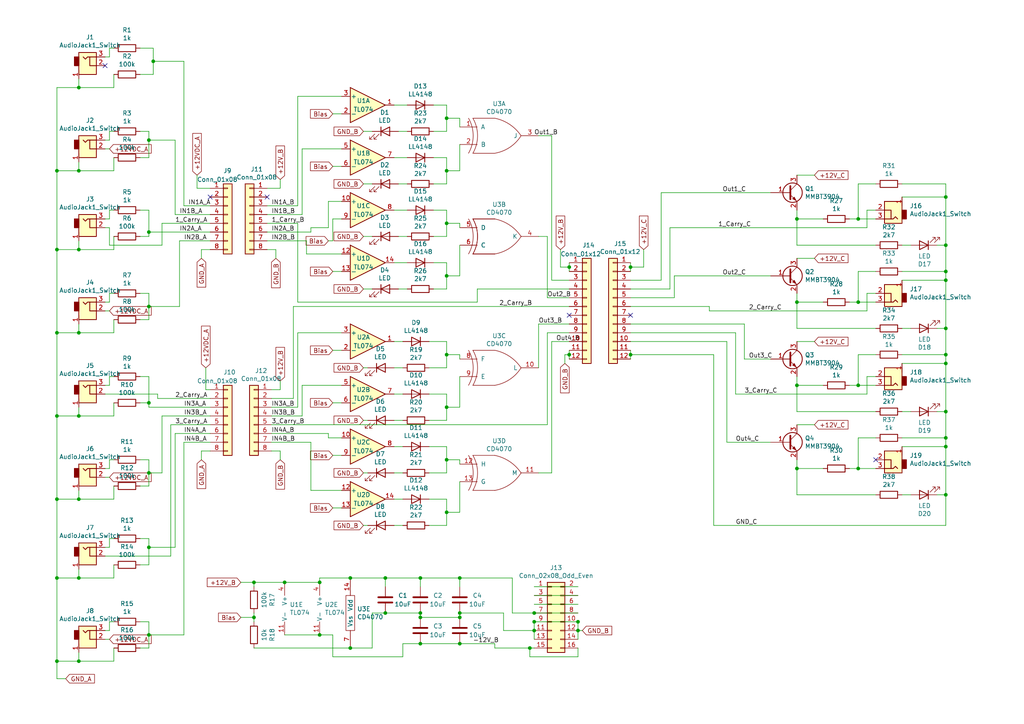
<source format=kicad_sch>
(kicad_sch (version 20250114) (generator "eeschema") (generator_version "9.0")
  (paper "A4")
  (junction (at 16.51 49.53))
  (junction (at 231.14 111.76))
  (junction (at 133.35 177.8))
  (junction (at 248.92 111.76))
  (junction (at 111.76 167.64))
  (junction (at 154.94 180.34))
  (junction (at 16.51 120.65))
  (junction (at 43.18 137.16))
  (junction (at 248.92 87.63))
  (junction (at 22.86 96.52))
  (junction (at 121.92 179.07))
  (junction (at 92.71 168.91))
  (junction (at 154.94 182.88))
  (junction (at 129.54 64.77))
  (junction (at 133.35 186.69))
  (junction (at 111.76 177.8))
  (junction (at 274.32 127))
  (junction (at 43.18 67.31))
  (junction (at 82.55 168.91))
  (junction (at 129.54 133.35))
  (junction (at 167.64 182.88))
  (junction (at 121.92 186.69))
  (junction (at 182.88 102.87))
  (junction (at 274.32 129.54))
  (junction (at 129.54 49.53))
  (junction (at 231.14 87.63))
  (junction (at 43.18 40.64))
  (junction (at 274.32 143.51))
  (junction (at 133.35 179.07))
  (junction (at 129.54 80.01))
  (junction (at 165.1 102.87))
  (junction (at 16.51 144.78))
  (junction (at 274.32 102.87))
  (junction (at 274.32 95.25))
  (junction (at 22.86 72.39))
  (junction (at 101.6 187.96))
  (junction (at 121.92 177.8))
  (junction (at 22.86 144.78))
  (junction (at 101.6 167.64))
  (junction (at 182.88 77.47))
  (junction (at 129.54 148.59))
  (junction (at 43.18 88.9))
  (junction (at 22.86 25.4))
  (junction (at 43.18 158.75))
  (junction (at 165.1 77.47))
  (junction (at 274.32 78.74))
  (junction (at 43.18 116.84))
  (junction (at 248.92 63.5))
  (junction (at 16.51 167.64))
  (junction (at 22.86 49.53))
  (junction (at 121.92 167.64))
  (junction (at 16.51 191.77))
  (junction (at 248.92 135.89))
  (junction (at 154.94 177.8))
  (junction (at 44.45 17.78))
  (junction (at 274.32 57.15))
  (junction (at 22.86 120.65))
  (junction (at 92.71 184.15))
  (junction (at 22.86 167.64))
  (junction (at 129.54 118.11))
  (junction (at 274.32 119.38))
  (junction (at 133.35 167.64))
  (junction (at 274.32 81.28))
  (junction (at 167.64 180.34))
  (junction (at 231.14 63.5))
  (junction (at 274.32 105.41))
  (junction (at 22.86 191.77))
  (junction (at 73.66 168.91))
  (junction (at 73.66 179.07))
  (junction (at 43.18 184.15))
  (junction (at 274.32 71.12))
  (junction (at 16.51 72.39))
  (junction (at 129.54 102.87))
  (junction (at 129.54 34.29))
  (junction (at 231.14 135.89))
  (junction (at 16.51 96.52))
  (junction (at 153.67 187.96))
  (no_connect (at 254 133.35))
  (no_connect (at 60.96 57.15))
  (no_connect (at 182.88 91.44))
  (no_connect (at 165.1 91.44))
  (no_connect (at 30.48 19.05))
  (no_connect (at 77.47 57.15))
  (wire (pts (xy 129.54 68.58) (xy 125.73 68.58)))
  (wire (pts (xy 78.74 130.81) (xy 81.28 130.81)))
  (wire (pts (xy 22.86 167.64) (xy 33.02 167.64)))
  (wire (pts (xy 129.54 137.16) (xy 124.46 137.16)))
  (wire (pts (xy 154.94 182.88) (xy 154.94 180.34)))
  (wire (pts (xy 16.51 120.65) (xy 16.51 144.78)))
  (wire (pts (xy 99.06 147.32) (xy 96.52 147.32)))
  (wire (pts (xy 31.75 158.75) (xy 31.75 156.21)))
  (wire (pts (xy 49.53 123.19) (xy 49.53 161.29)))
  (wire (pts (xy 99.06 33.02) (xy 96.52 33.02)))
  (wire (pts (xy 246.38 135.89) (xy 248.92 135.89)))
  (wire (pts (xy 194.31 66.04) (xy 251.46 66.04)))
  (wire (pts (xy 165.1 101.6) (xy 165.1 102.87)))
  (wire (pts (xy 153.67 190.5) (xy 167.64 190.5)))
  (wire (pts (xy 99.06 116.84) (xy 96.52 116.84)))
  (wire (pts (xy 129.54 83.82) (xy 125.73 83.82)))
  (wire (pts (xy 231.14 143.51) (xy 231.14 135.89)))
  (wire (pts (xy 195.58 80.01) (xy 195.58 86.36)))
  (wire (pts (xy 261.62 102.87) (xy 274.32 102.87)))
  (wire (pts (xy 158.75 123.19) (xy 158.75 96.52)))
  (wire (pts (xy 43.18 133.35) (xy 43.18 137.16)))
  (wire (pts (xy 238.76 63.5) (xy 231.14 63.5)))
  (wire (pts (xy 16.51 25.4) (xy 16.51 49.53)))
  (wire (pts (xy 33.02 116.84) (xy 33.02 120.65)))
  (wire (pts (xy 58.42 130.81) (xy 58.42 133.35)))
  (wire (pts (xy 86.36 96.52) (xy 99.06 96.52)))
  (wire (pts (xy 43.18 40.64) (xy 50.8 40.64)))
  (wire (pts (xy 129.54 45.72) (xy 129.54 49.53)))
  (wire (pts (xy 261.62 53.34) (xy 274.32 53.34)))
  (wire (pts (xy 30.48 40.64) (xy 31.75 40.64)))
  (wire (pts (xy 274.32 95.25) (xy 274.32 102.87)))
  (wire (pts (xy 248.92 53.34) (xy 254 53.34)))
  (wire (pts (xy 81.28 52.07) (xy 81.28 54.61)))
  (wire (pts (xy 44.45 21.59) (xy 40.64 21.59)))
  (wire (pts (xy 129.54 60.96) (xy 129.54 64.77)))
  (wire (pts (xy 129.54 80.01) (xy 129.54 83.82)))
  (wire (pts (xy 154.94 187.96) (xy 153.67 187.96)))
  (wire (pts (xy 31.75 40.64) (xy 31.75 38.1)))
  (wire (pts (xy 231.14 63.5) (xy 231.14 60.96)))
  (wire (pts (xy 111.76 167.64) (xy 111.76 170.18)))
  (wire (pts (xy 186.69 72.39) (xy 186.69 77.47)))
  (wire (pts (xy 165.1 78.74) (xy 165.1 77.47)))
  (wire (pts (xy 50.8 125.73) (xy 50.8 158.75)))
  (wire (pts (xy 31.75 109.22) (xy 33.02 109.22)))
  (wire (pts (xy 22.86 120.65) (xy 16.51 120.65)))
  (wire (pts (xy 60.96 72.39) (xy 58.42 72.39)))
  (wire (pts (xy 60.96 62.23) (xy 50.8 62.23)))
  (wire (pts (xy 60.96 125.73) (xy 50.8 125.73)))
  (wire (pts (xy 153.67 187.96) (xy 143.51 187.96)))
  (wire (pts (xy 96.52 69.85) (xy 95.25 69.85)))
  (wire (pts (xy 73.66 179.07) (xy 73.66 180.34)))
  (wire (pts (xy 22.86 49.53) (xy 16.51 49.53)))
  (wire (pts (xy 116.84 190.5) (xy 116.84 186.69)))
  (wire (pts (xy 156.21 137.16) (xy 160.02 137.16)))
  (wire (pts (xy 31.75 87.63) (xy 31.75 85.09)))
  (wire (pts (xy 43.18 60.96) (xy 43.18 67.31)))
  (wire (pts (xy 53.34 184.15) (xy 43.18 184.15)))
  (wire (pts (xy 90.17 128.27) (xy 90.17 142.24)))
  (wire (pts (xy 40.64 156.21) (xy 43.18 156.21)))
  (wire (pts (xy 129.54 34.29) (xy 129.54 38.1)))
  (wire (pts (xy 77.47 59.69) (xy 86.36 59.69)))
  (wire (pts (xy 33.02 45.72) (xy 33.02 49.53)))
  (wire (pts (xy 167.64 170.18) (xy 154.94 170.18)))
  (wire (pts (xy 133.35 118.11) (xy 133.35 109.22)))
  (wire (pts (xy 248.92 63.5) (xy 248.92 53.34)))
  (wire (pts (xy 167.64 180.34) (xy 154.94 180.34)))
  (wire (pts (xy 43.18 137.16) (xy 43.18 140.97)))
  (wire (pts (xy 22.86 96.52) (xy 33.02 96.52)))
  (wire (pts (xy 162.56 72.39) (xy 162.56 77.47)))
  (wire (pts (xy 182.88 77.47) (xy 182.88 76.2)))
  (wire (pts (xy 16.51 167.64) (xy 22.86 167.64)))
  (wire (pts (xy 60.96 54.61) (xy 57.15 54.61)))
  (wire (pts (xy 121.92 167.64) (xy 133.35 167.64)))
  (wire (pts (xy 31.75 71.12) (xy 31.75 66.04)))
  (wire (pts (xy 261.62 119.38) (xy 264.16 119.38)))
  (wire (pts (xy 22.86 46.99) (xy 22.86 49.53)))
  (wire (pts (xy 106.68 121.92) (xy 105.41 121.92)))
  (wire (pts (xy 22.86 165.1) (xy 22.86 167.64)))
  (wire (pts (xy 251.46 114.3) (xy 213.36 114.3)))
  (wire (pts (xy 163.83 102.87) (xy 163.83 105.41)))
  (wire (pts (xy 31.75 138.43) (xy 30.48 138.43)))
  (wire (pts (xy 69.85 168.91) (xy 73.66 168.91)))
  (wire (pts (xy 129.54 49.53) (xy 129.54 53.34)))
  (wire (pts (xy 96.52 63.5) (xy 96.52 69.85)))
  (wire (pts (xy 261.62 127) (xy 274.32 127)))
  (wire (pts (xy 129.54 144.78) (xy 129.54 148.59)))
  (wire (pts (xy 165.1 77.47) (xy 165.1 76.2)))
  (wire (pts (xy 99.06 73.66) (xy 88.9 73.66)))
  (wire (pts (xy 195.58 80.01) (xy 223.52 80.01)))
  (wire (pts (xy 121.92 179.07) (xy 133.35 179.07)))
  (wire (pts (xy 45.72 115.57) (xy 60.96 115.57)))
  (wire (pts (xy 78.74 125.73) (xy 95.25 125.73)))
  (wire (pts (xy 261.62 71.12) (xy 264.16 71.12)))
  (wire (pts (xy 107.95 177.8) (xy 111.76 177.8)))
  (wire (pts (xy 186.69 77.47) (xy 182.88 77.47)))
  (wire (pts (xy 129.54 38.1) (xy 125.73 38.1)))
  (wire (pts (xy 153.67 187.96) (xy 153.67 190.5)))
  (wire (pts (xy 231.14 95.25) (xy 231.14 87.63)))
  (wire (pts (xy 254 95.25) (xy 231.14 95.25)))
  (wire (pts (xy 194.31 83.82) (xy 182.88 83.82)))
  (wire (pts (xy 44.45 17.78) (xy 53.34 17.78)))
  (wire (pts (xy 78.74 118.11) (xy 86.36 118.11)))
  (wire (pts (xy 271.78 143.51) (xy 274.32 143.51)))
  (wire (pts (xy 22.86 118.11) (xy 22.86 120.65)))
  (wire (pts (xy 121.92 167.64) (xy 121.92 170.18)))
  (wire (pts (xy 165.1 102.87) (xy 165.1 104.14)))
  (wire (pts (xy 133.35 80.01) (xy 133.35 71.12)))
  (wire (pts (xy 182.88 78.74) (xy 182.88 77.47)))
  (wire (pts (xy 254 143.51) (xy 231.14 143.51)))
  (wire (pts (xy 82.55 168.91) (xy 92.71 168.91)))
  (wire (pts (xy 107.95 83.82) (xy 105.41 83.82)))
  (wire (pts (xy 129.54 114.3) (xy 129.54 118.11)))
  (wire (pts (xy 254 127) (xy 248.92 127)))
  (wire (pts (xy 143.51 187.96) (xy 143.51 186.69)))
  (wire (pts (xy 81.28 130.81) (xy 81.28 133.35)))
  (wire (pts (xy 33.02 187.96) (xy 33.02 191.77)))
  (wire (pts (xy 248.92 127) (xy 248.92 135.89)))
  (wire (pts (xy 16.51 191.77) (xy 16.51 167.64)))
  (wire (pts (xy 77.47 62.23) (xy 87.63 62.23)))
  (wire (pts (xy 133.35 148.59) (xy 133.35 139.7)))
  (wire (pts (xy 114.3 129.54) (xy 116.84 129.54)))
  (wire (pts (xy 116.84 152.4) (xy 114.3 152.4)))
  (wire (pts (xy 129.54 64.77) (xy 129.54 68.58)))
  (wire (pts (xy 167.64 180.34) (xy 167.64 182.88)))
  (wire (pts (xy 125.73 45.72) (xy 129.54 45.72)))
  (wire (pts (xy 129.54 121.92) (xy 124.46 121.92)))
  (wire (pts (xy 30.48 43.18) (xy 31.75 43.18)))
  (wire (pts (xy 107.95 68.58) (xy 105.41 68.58)))
  (wire (pts (xy 22.86 144.78) (xy 16.51 144.78)))
  (wire (pts (xy 248.92 87.63) (xy 254 87.63)))
  (wire (pts (xy 95.25 125.73) (xy 95.25 127)))
  (wire (pts (xy 40.64 180.34) (xy 43.18 180.34)))
  (wire (pts (xy 121.92 177.8) (xy 121.92 179.07)))
  (wire (pts (xy 22.86 22.86) (xy 22.86 25.4)))
  (wire (pts (xy 46.99 137.16) (xy 43.18 137.16)))
  (wire (pts (xy 274.32 53.34) (xy 274.32 57.15)))
  (wire (pts (xy 205.74 90.17) (xy 205.74 88.9)))
  (wire (pts (xy 107.95 38.1) (xy 105.41 38.1)))
  (wire (pts (xy 154.94 177.8) (xy 148.59 177.8)))
  (wire (pts (xy 43.18 38.1) (xy 43.18 40.64)))
  (wire (pts (xy 46.99 71.12) (xy 31.75 71.12)))
  (wire (pts (xy 254 60.96) (xy 251.46 60.96)))
  (wire (pts (xy 254 78.74) (xy 248.92 78.74)))
  (wire (pts (xy 90.17 67.31) (xy 90.17 66.04)))
  (wire (pts (xy 182.88 96.52) (xy 213.36 96.52)))
  (wire (pts (xy 22.86 49.53) (xy 33.02 49.53)))
  (wire (pts (xy 133.35 102.87) (xy 129.54 102.87)))
  (wire (pts (xy 40.64 133.35) (xy 43.18 133.35)))
  (wire (pts (xy 129.54 133.35) (xy 129.54 137.16)))
  (wire (pts (xy 60.96 123.19) (xy 49.53 123.19)))
  (wire (pts (xy 129.54 53.34) (xy 125.73 53.34)))
  (wire (pts (xy 73.66 187.96) (xy 101.6 187.96)))
  (wire (pts (xy 106.68 137.16) (xy 105.41 137.16)))
  (wire (pts (xy 22.86 144.78) (xy 33.02 144.78)))
  (wire (pts (xy 87.63 111.76) (xy 99.06 111.76)))
  (wire (pts (xy 254 85.09) (xy 251.46 85.09)))
  (wire (pts (xy 154.94 182.88) (xy 154.94 185.42)))
  (wire (pts (xy 52.07 88.9) (xy 43.18 88.9)))
  (wire (pts (xy 43.18 92.71) (xy 40.64 92.71)))
  (wire (pts (xy 22.86 191.77) (xy 33.02 191.77)))
  (wire (pts (xy 246.38 63.5) (xy 248.92 63.5)))
  (wire (pts (xy 31.75 180.34) (xy 33.02 180.34)))
  (wire (pts (xy 107.95 53.34) (xy 105.41 53.34)))
  (wire (pts (xy 46.99 64.77) (xy 60.96 64.77)))
  (wire (pts (xy 78.74 120.65) (xy 87.63 120.65)))
  (wire (pts (xy 86.36 27.94) (xy 86.36 59.69)))
  (wire (pts (xy 231.14 99.06) (xy 236.22 99.06)))
  (wire (pts (xy 52.07 69.85) (xy 52.07 88.9)))
  (wire (pts (xy 60.96 130.81) (xy 58.42 130.81)))
  (wire (pts (xy 129.54 102.87) (xy 129.54 106.68)))
  (wire (pts (xy 85.09 88.9) (xy 85.09 115.57)))
  (wire (pts (xy 86.36 118.11) (xy 86.36 96.52)))
  (wire (pts (xy 90.17 66.04) (xy 95.25 66.04)))
  (wire (pts (xy 77.47 69.85) (xy 88.9 69.85)))
  (wire (pts (xy 87.63 43.18) (xy 87.63 62.23)))
  (wire (pts (xy 16.51 196.85) (xy 16.51 191.77)))
  (wire (pts (xy 40.64 38.1) (xy 43.18 38.1)))
  (wire (pts (xy 43.18 184.15) (xy 43.18 187.96)))
  (wire (pts (xy 133.35 134.62) (xy 133.35 133.35)))
  (wire (pts (xy 124.46 144.78) (xy 129.54 144.78)))
  (wire (pts (xy 31.75 111.76) (xy 31.75 109.22)))
  (wire (pts (xy 69.85 179.07) (xy 73.66 179.07)))
  (wire (pts (xy 60.96 113.03) (xy 59.69 113.03)))
  (wire (pts (xy 60.96 67.31) (xy 43.18 67.31)))
  (wire (pts (xy 106.68 106.68) (xy 105.41 106.68)))
  (wire (pts (xy 248.92 102.87) (xy 248.92 111.76)))
  (wire (pts (xy 133.35 167.64) (xy 133.35 170.18)))
  (wire (pts (xy 236.22 123.19) (xy 231.14 123.19)))
  (wire (pts (xy 78.74 128.27) (xy 90.17 128.27)))
  (wire (pts (xy 43.18 140.97) (xy 40.64 140.97)))
  (wire (pts (xy 251.46 90.17) (xy 205.74 90.17)))
  (wire (pts (xy 238.76 111.76) (xy 231.14 111.76)))
  (wire (pts (xy 114.3 45.72) (xy 118.11 45.72)))
  (wire (pts (xy 261.62 143.51) (xy 264.16 143.51)))
  (wire (pts (xy 33.02 68.58) (xy 33.02 72.39)))
  (wire (pts (xy 191.77 81.28) (xy 182.88 81.28)))
  (wire (pts (xy 210.82 128.27) (xy 223.52 128.27)))
  (wire (pts (xy 154.94 172.72) (xy 167.64 172.72)))
  (wire (pts (xy 22.86 72.39) (xy 16.51 72.39)))
  (wire (pts (xy 248.92 63.5) (xy 254 63.5)))
  (wire (pts (xy 33.02 21.59) (xy 33.02 25.4)))
  (wire (pts (xy 254 119.38) (xy 231.14 119.38)))
  (wire (pts (xy 238.76 135.89) (xy 231.14 135.89)))
  (wire (pts (xy 194.31 66.04) (xy 194.31 83.82)))
  (wire (pts (xy 40.64 13.97) (xy 44.45 13.97)))
  (wire (pts (xy 274.32 71.12) (xy 274.32 78.74)))
  (wire (pts (xy 129.54 106.68) (xy 124.46 106.68)))
  (wire (pts (xy 210.82 99.06) (xy 210.82 128.27)))
  (wire (pts (xy 231.14 74.93) (xy 236.22 74.93)))
  (wire (pts (xy 274.32 127) (xy 274.32 129.54)))
  (wire (pts (xy 30.48 63.5) (xy 31.75 63.5)))
  (wire (pts (xy 195.58 86.36) (xy 182.88 86.36)))
  (wire (pts (xy 124.46 114.3) (xy 129.54 114.3)))
  (wire (pts (xy 95.25 127) (xy 99.06 127)))
  (wire (pts (xy 133.35 34.29) (xy 129.54 34.29)))
  (wire (pts (xy 73.66 177.8) (xy 73.66 179.07)))
  (wire (pts (xy 133.35 104.14) (xy 133.35 102.87)))
  (wire (pts (xy 22.86 25.4) (xy 16.51 25.4)))
  (wire (pts (xy 274.32 81.28) (xy 261.62 81.28)))
  (wire (pts (xy 133.35 64.77) (xy 133.35 66.04)))
  (wire (pts (xy 274.32 152.4) (xy 274.32 143.51)))
  (wire (pts (xy 261.62 95.25) (xy 264.16 95.25)))
  (wire (pts (xy 182.88 102.87) (xy 207.01 102.87)))
  (wire (pts (xy 86.36 27.94) (xy 99.06 27.94)))
  (wire (pts (xy 156.21 106.68) (xy 156.21 93.98)))
  (wire (pts (xy 43.18 45.72) (xy 40.64 45.72)))
  (wire (pts (xy 43.18 118.11) (xy 43.18 116.84)))
  (wire (pts (xy 95.25 66.04) (xy 95.25 58.42)))
  (wire (pts (xy 160.02 81.28) (xy 160.02 39.37)))
  (wire (pts (xy 129.54 118.11) (xy 133.35 118.11)))
  (wire (pts (xy 129.54 49.53) (xy 133.35 49.53)))
  (wire (pts (xy 191.77 55.88) (xy 223.52 55.88)))
  (wire (pts (xy 30.48 87.63) (xy 31.75 87.63)))
  (wire (pts (xy 43.18 67.31) (xy 43.18 68.58)))
  (wire (pts (xy 31.75 135.89) (xy 31.75 133.35)))
  (wire (pts (xy 274.32 57.15) (xy 274.32 71.12)))
  (wire (pts (xy 16.51 49.53) (xy 16.51 72.39)))
  (wire (pts (xy 95.25 58.42) (xy 99.06 58.42)))
  (wire (pts (xy 254 71.12) (xy 231.14 71.12)))
  (wire (pts (xy 114.3 76.2) (xy 118.11 76.2)))
  (wire (pts (xy 111.76 177.8) (xy 121.92 177.8)))
  (wire (pts (xy 274.32 119.38) (xy 274.32 127)))
  (wire (pts (xy 96.52 184.15) (xy 96.52 190.5)))
  (wire (pts (xy 125.73 60.96) (xy 129.54 60.96)))
  (wire (pts (xy 156.21 93.98) (xy 165.1 93.98)))
  (wire (pts (xy 129.54 118.11) (xy 129.54 121.92)))
  (wire (pts (xy 231.14 119.38) (xy 231.14 111.76)))
  (wire (pts (xy 248.92 78.74) (xy 248.92 87.63)))
  (wire (pts (xy 129.54 30.48) (xy 129.54 34.29)))
  (wire (pts (xy 121.92 186.69) (xy 133.35 186.69)))
  (wire (pts (xy 30.48 158.75) (xy 31.75 158.75)))
  (wire (pts (xy 22.86 142.24) (xy 22.86 144.78)))
  (wire (pts (xy 215.9 93.98) (xy 215.9 104.14)))
  (wire (pts (xy 129.54 152.4) (xy 124.46 152.4)))
  (wire (pts (xy 16.51 196.85) (xy 19.05 196.85)))
  (wire (pts (xy 129.54 148.59) (xy 133.35 148.59)))
  (wire (pts (xy 138.43 83.82) (xy 138.43 87.63)))
  (wire (pts (xy 118.11 68.58) (xy 115.57 68.58)))
  (wire (pts (xy 133.35 177.8) (xy 133.35 179.07)))
  (wire (pts (xy 158.75 86.36) (xy 165.1 86.36)))
  (wire (pts (xy 101.6 187.96) (xy 107.95 187.96)))
  (wire (pts (xy 31.75 90.17) (xy 30.48 90.17)))
  (wire (pts (xy 129.54 129.54) (xy 129.54 133.35)))
  (wire (pts (xy 86.36 64.77) (xy 86.36 87.63)))
  (wire (pts (xy 81.28 110.49) (xy 81.28 113.03)))
  (wire (pts (xy 271.78 95.25) (xy 274.32 95.25)))
  (wire (pts (xy 87.63 111.76) (xy 87.63 120.65)))
  (wire (pts (xy 80.01 72.39) (xy 80.01 74.93)))
  (wire (pts (xy 116.84 186.69) (xy 121.92 186.69)))
  (wire (pts (xy 31.75 182.88) (xy 31.75 180.34)))
  (wire (pts (xy 73.66 168.91) (xy 73.66 170.18)))
  (wire (pts (xy 182.88 104.14) (xy 182.88 102.87)))
  (wire (pts (xy 129.54 99.06) (xy 129.54 102.87)))
  (wire (pts (xy 125.73 76.2) (xy 129.54 76.2)))
  (wire (pts (xy 60.96 59.69) (xy 53.34 59.69)))
  (wire (pts (xy 133.35 36.83) (xy 133.35 34.29)))
  (wire (pts (xy 33.02 163.83) (xy 33.02 167.64)))
  (wire (pts (xy 143.51 186.69) (xy 133.35 186.69)))
  (wire (pts (xy 129.54 148.59) (xy 129.54 152.4)))
  (wire (pts (xy 77.47 72.39) (xy 80.01 72.39)))
  (wire (pts (xy 31.75 16.51) (xy 31.75 13.97)))
  (wire (pts (xy 22.86 69.85) (xy 22.86 72.39)))
  (wire (pts (xy 231.14 135.89) (xy 231.14 133.35)))
  (wire (pts (xy 81.28 113.03) (xy 78.74 113.03)))
  (wire (pts (xy 22.86 25.4) (xy 33.02 25.4)))
  (wire (pts (xy 60.96 118.11) (xy 43.18 118.11)))
  (wire (pts (xy 46.99 71.12) (xy 46.99 64.77)))
  (wire (pts (xy 16.51 72.39) (xy 16.51 96.52)))
  (wire (pts (xy 231.14 71.12) (xy 231.14 63.5)))
  (wire (pts (xy 116.84 137.16) (xy 114.3 137.16)))
  (wire (pts (xy 87.63 43.18) (xy 99.06 43.18)))
  (wire (pts (xy 85.09 88.9) (xy 165.1 88.9)))
  (wire (pts (xy 162.56 77.47) (xy 165.1 77.47)))
  (wire (pts (xy 88.9 69.85) (xy 88.9 73.66)))
  (wire (pts (xy 22.86 120.65) (xy 33.02 120.65)))
  (wire (pts (xy 114.3 114.3) (xy 116.84 114.3)))
  (wire (pts (xy 118.11 38.1) (xy 115.57 38.1)))
  (wire (pts (xy 101.6 167.64) (xy 111.76 167.64)))
  (wire (pts (xy 191.77 55.88) (xy 191.77 81.28)))
  (wire (pts (xy 248.92 135.89) (xy 254 135.89)))
  (wire (pts (xy 43.18 163.83) (xy 40.64 163.83)))
  (wire (pts (xy 30.48 182.88) (xy 31.75 182.88)))
  (wire (pts (xy 156.21 39.37) (xy 160.02 39.37)))
  (wire (pts (xy 43.18 156.21) (xy 43.18 158.75)))
  (wire (pts (xy 50.8 158.75) (xy 43.18 158.75)))
  (wire (pts (xy 254 102.87) (xy 248.92 102.87)))
  (wire (pts (xy 92.71 167.64) (xy 101.6 167.64)))
  (wire (pts (xy 114.3 144.78) (xy 116.84 144.78)))
  (wire (pts (xy 43.18 68.58) (xy 40.64 68.58)))
  (wire (pts (xy 207.01 102.87) (xy 207.01 152.4)))
  (wire (pts (xy 124.46 129.54) (xy 129.54 129.54)))
  (wire (pts (xy 60.96 128.27) (xy 53.34 128.27)))
  (wire (pts (xy 99.06 132.08) (xy 96.52 132.08)))
  (wire (pts (xy 207.01 152.4) (xy 274.32 152.4)))
  (wire (pts (xy 165.1 81.28) (xy 160.02 81.28)))
  (wire (pts (xy 148.59 177.8) (xy 148.59 167.64)))
  (wire (pts (xy 43.18 85.09) (xy 43.18 88.9)))
  (wire (pts (xy 22.86 189.23) (xy 22.86 191.77)))
  (wire (pts (xy 30.48 161.29) (xy 49.53 161.29)))
  (wire (pts (xy 246.38 111.76) (xy 248.92 111.76)))
  (wire (pts (xy 254 109.22) (xy 251.46 109.22)))
  (wire (pts (xy 274.32 105.41) (xy 274.32 119.38)))
  (wire (pts (xy 82.55 184.15) (xy 92.71 184.15)))
  (wire (pts (xy 30.48 111.76) (xy 31.75 111.76)))
  (wire (pts (xy 182.88 99.06) (xy 210.82 99.06)))
  (wire (pts (xy 114.3 60.96) (xy 118.11 60.96)))
  (wire (pts (xy 116.84 106.68) (xy 114.3 106.68)))
  (wire (pts (xy 16.51 144.78) (xy 16.51 167.64)))
  (wire (pts (xy 167.64 182.88) (xy 167.64 185.42)))
  (wire (pts (xy 146.05 177.8) (xy 146.05 182.88)))
  (wire (pts (xy 43.18 116.84) (xy 40.64 116.84)))
  (wire (pts (xy 231.14 111.76) (xy 231.14 109.22)))
  (wire (pts (xy 31.75 63.5) (xy 31.75 60.96)))
  (wire (pts (xy 114.3 99.06) (xy 116.84 99.06)))
  (wire (pts (xy 158.75 68.58) (xy 158.75 86.36)))
  (wire (pts (xy 92.71 168.91) (xy 92.71 167.64)))
  (wire (pts (xy 43.18 109.22) (xy 43.18 116.84)))
  (wire (pts (xy 274.32 78.74) (xy 274.32 81.28)))
  (wire (pts (xy 251.46 85.09) (xy 251.46 90.17)))
  (wire (pts (xy 160.02 99.06) (xy 165.1 99.06)))
  (wire (pts (xy 22.86 96.52) (xy 16.51 96.52)))
  (wire (pts (xy 261.62 57.15) (xy 274.32 57.15)))
  (wire (pts (xy 133.35 177.8) (xy 146.05 177.8)))
  (wire (pts (xy 261.62 78.74) (xy 274.32 78.74)))
  (wire (pts (xy 138.43 87.63) (xy 86.36 87.63)))
  (wire (pts (xy 53.34 17.78) (xy 53.34 59.69)))
  (wire (pts (xy 31.75 133.35) (xy 33.02 133.35)))
  (wire (pts (xy 167.64 177.8) (xy 154.94 177.8)))
  (wire (pts (xy 40.64 85.09) (xy 43.18 85.09)))
  (wire (pts (xy 205.74 88.9) (xy 182.88 88.9)))
  (wire (pts (xy 43.18 158.75) (xy 43.18 163.83)))
  (wire (pts (xy 274.32 105.41) (xy 261.62 105.41)))
  (wire (pts (xy 160.02 137.16) (xy 160.02 99.06)))
  (wire (pts (xy 81.28 54.61) (xy 77.47 54.61)))
  (wire (pts (xy 182.88 102.87) (xy 182.88 101.6)))
  (wire (pts (xy 231.14 50.8) (xy 236.22 50.8)))
  (wire (pts (xy 274.32 129.54) (xy 261.62 129.54)))
  (wire (pts (xy 40.64 60.96) (xy 43.18 60.96)))
  (wire (pts (xy 44.45 17.78) (xy 44.45 21.59)))
  (wire (pts (xy 238.76 87.63) (xy 231.14 87.63)))
  (wire (pts (xy 43.18 180.34) (xy 43.18 184.15)))
  (wire (pts (xy 92.71 184.15) (xy 96.52 184.15)))
  (wire (pts (xy 77.47 67.31) (xy 90.17 67.31)))
  (wire (pts (xy 43.18 187.96) (xy 40.64 187.96)))
  (wire (pts (xy 22.86 72.39) (xy 33.02 72.39)))
  (wire (pts (xy 213.36 114.3) (xy 213.36 96.52)))
  (wire (pts (xy 114.3 30.48) (xy 118.11 30.48)))
  (wire (pts (xy 111.76 167.64) (xy 121.92 167.64)))
  (wire (pts (xy 251.46 60.96) (xy 251.46 66.04)))
  (wire (pts (xy 45.72 115.57) (xy 45.72 114.3)))
  (wire (pts (xy 274.32 81.28) (xy 274.32 95.25)))
  (wire (pts (xy 31.75 60.96) (xy 33.02 60.96)))
  (wire (pts (xy 50.8 40.64) (xy 50.8 62.23)))
  (wire (pts (xy 133.35 49.53) (xy 133.35 41.91)))
  (wire (pts (xy 31.75 85.09) (xy 33.02 85.09)))
  (wire (pts (xy 44.45 13.97) (xy 44.45 17.78)))
  (wire (pts (xy 85.09 115.57) (xy 78.74 115.57)))
  (wire (pts (xy 46.99 120.65) (xy 46.99 137.16)))
  (wire (pts (xy 158.75 96.52) (xy 165.1 96.52)))
  (wire (pts (xy 182.88 93.98) (xy 215.9 93.98)))
  (wire (pts (xy 57.15 54.61) (xy 57.15 50.8)))
  (wire (pts (xy 96.52 190.5) (xy 116.84 190.5)))
  (wire (pts (xy 124.46 99.06) (xy 129.54 99.06)))
  (wire (pts (xy 59.69 113.03) (xy 59.69 106.68)))
  (wire (pts (xy 53.34 128.27) (xy 53.34 184.15)))
  (wire (pts (xy 31.75 38.1) (xy 33.02 38.1)))
  (wire (pts (xy 248.92 111.76) (xy 254 111.76)))
  (wire (pts (xy 168.91 182.88) (xy 167.64 182.88)))
  (wire (pts (xy 274.32 143.51) (xy 274.32 129.54)))
  (wire (pts (xy 274.32 102.87) (xy 274.32 105.41)))
  (wire (pts (xy 99.06 48.26) (xy 96.52 48.26)))
  (wire (pts (xy 33.02 140.97) (xy 33.02 144.78)))
  (wire (pts (xy 86.36 64.77) (xy 77.47 64.77)))
  (wire (pts (xy 271.78 119.38) (xy 274.32 119.38)))
  (wire (pts (xy 129.54 76.2) (xy 129.54 80.01)))
  (wire (pts (xy 31.75 13.97) (xy 33.02 13.97)))
  (wire (pts (xy 156.21 68.58) (xy 158.75 68.58)))
  (wire (pts (xy 146.05 182.88) (xy 154.94 182.88)))
  (wire (pts (xy 30.48 135.89) (xy 31.75 135.89)))
  (wire (pts (xy 165.1 83.82) (xy 138.43 83.82)))
  (wire (pts (xy 58.42 72.39) (xy 58.42 74.93)))
  (wire (pts (xy 30.48 16.51) (xy 31.75 16.51)))
  (wire (pts (xy 271.78 71.12) (xy 274.32 71.12)))
  (wire (pts (xy 99.06 63.5) (xy 96.52 63.5)))
  (wire (pts (xy 99.06 78.74) (xy 96.52 78.74)))
  (wire (pts (xy 33.02 92.71) (xy 33.02 96.52)))
  (wire (pts (xy 167.64 175.26) (xy 154.94 175.26)))
  (wire (pts (xy 73.66 168.91) (xy 82.55 168.91)))
  (wire (pts (xy 231.14 87.63) (xy 231.14 85.09)))
  (wire (pts (xy 45.72 114.3) (xy 30.48 114.3)))
  (wire (pts (xy 129.54 80.01) (xy 133.35 80.01)))
  (wire (pts (xy 165.1 102.87) (xy 163.83 102.87)))
  (wire (pts (xy 215.9 104.14) (xy 223.52 104.14)))
  (wire (pts (xy 40.64 109.22) (xy 43.18 109.22)))
  (wire (pts (xy 118.11 53.34) (xy 115.57 53.34)))
  (wire (pts (xy 31.75 66.04) (xy 30.48 66.04)))
  (wire (pts (xy 133.35 133.35) (xy 129.54 133.35)))
  (wire (pts (xy 246.38 87.63) (xy 248.92 87.63)))
  (wire (pts (xy 60.96 69.85) (xy 52.07 69.85)))
  (wire (pts (xy 99.06 101.6) (xy 96.52 101.6)))
  (wire (pts (xy 60.96 120.65) (xy 46.99 120.65)))
  (wire (pts (xy 22.86 93.98) (xy 22.86 96.52)))
  (wire (pts (xy 31.75 185.42) (xy 30.48 185.42)))
  (wire (pts (xy 43.18 88.9) (xy 43.18 92.71)))
  (wire (pts (xy 148.59 167.64) (xy 133.35 167.64)))
  (wire (pts (xy 90.17 142.24) (xy 99.06 142.24)))
  (wire (pts (xy 106.68 152.4) (xy 105.41 152.4)))
  (wire (pts (xy 31.75 156.21) (xy 33.02 156.21)))
  (wire (pts (xy 125.73 30.48) (xy 129.54 30.48)))
  (wire (pts (xy 43.18 40.64) (xy 43.18 45.72)))
  (wire (pts (xy 78.74 123.19) (xy 158.75 123.19)))
  (wire (pts (xy 116.84 121.92) (xy 114.3 121.92)))
  (wire (pts (xy 16.51 96.52) (xy 16.51 120.65)))
  (wire (pts (xy 107.95 187.96) (xy 107.95 177.8)))
  (wire (pts (xy 167.64 190.5) (xy 167.64 187.96)))
  (wire (pts (xy 22.86 191.77) (xy 16.51 191.77)))
  (wire (pts (xy 118.11 83.82) (xy 115.57 83.82)))
  (wire (pts (xy 251.46 109.22) (xy 251.46 114.3)))
  (wire (pts (xy 129.54 64.77) (xy 133.35 64.77)))
  (label "IN3A_B" (at 78.74 118.11 0))
  (label "Out4_C" (at 213.36 128.27 0))
  (label "IN3B_B" (at 78.74 120.65 0))
  (label "Out2_C" (at 209.55 80.01 0))
  (label "3_Carry_C" (at 215.9 114.3 0))
  (label "1_Carry_C" (at 208.28 66.04 0))
  (label "IN3B_A" (at 53.34 120.65 0))
  (label "2_Carry_A" (at 50.8 115.57 0))
  (label "Out4_B" (at 161.29 99.06 0))
  (label "Out1_B" (at 154.94 39.37 0))
  (label "IN1B_B" (at 78.74 62.23 0))
  (label "IN2B_B" (at 78.74 69.85 0))
  (label "Out3_B" (at 156.21 93.98 0))
  (label "IN2A_B" (at 78.74 67.31 0))
  (label "GND_C" (at 213.36 152.4 0))
  (label "Out3_C" (at 217.17 104.14 0))
  (label "2_Carry_B" (at 144.78 88.9 0))
  (label "IN1A_B" (at 78.74 59.69 0))
  (label "3_Carry_B" (at 78.74 123.19 0))
  (label "IN4B_A" (at 53.34 128.27 0))
  (label "2_Carry_C" (at 217.17 90.17 0))
  (label "IN4A_A" (at 53.34 125.73 0))
  (label "IN1A_A" (at 54.61 59.69 0))
  (label "3_Carry_A" (at 50.8 123.19 0))
  (label "Out1_C" (at 209.55 55.88 0))
  (label "1_Carry_B" (at 78.74 64.77 0))
  (label "IN3A_A" (at 53.34 118.11 0))
  (label "1_Carry_A" (at 50.8 64.77 0))
  (label "IN4A_B" (at 78.74 125.73 0))
  (label "-12V_B" (at 137.16 186.69 0))
  (label "IN4B_B" (at 78.74 128.27 0))
  (label "IN2B_A" (at 53.34 69.85 0))
  (label "IN2A_A" (at 52.07 67.31 0))
  (label "Out2_B" (at 158.75 86.36 0))
  (label "IN1B_A" (at 52.07 62.23 0))
  (global_label "Bias" (shape input) (at 96.52 147.32 180) (property "Intersheetrefs" "${INTERSHEET_REFS}" (effects (hide yes))))
  (global_label "Bias" (shape input) (at 96.52 33.02 180) (property "Intersheetrefs" "${INTERSHEET_REFS}" (effects (hide yes))))
  (global_label "+12V_C" (shape input) (at 236.22 74.93 0) (property "Intersheetrefs" "${INTERSHEET_REFS}" (effects (hide yes))))
  (global_label "GND_B" (shape input) (at 105.41 53.34 180) (property "Intersheetrefs" "${INTERSHEET_REFS}" (effects (hide yes))))
  (global_label "GND_A" (shape input) (at 19.05 196.85 0) (property "Intersheetrefs" "${INTERSHEET_REFS}" (effects (hide yes))))
  (global_label "+12VDC_A" (shape input) (at 31.75 90.17 0) (property "Intersheetrefs" "${INTERSHEET_REFS}" (effects (hide yes))))
  (global_label "+12VDC_A" (shape input) (at 31.75 138.43 0) (property "Intersheetrefs" "${INTERSHEET_REFS}" (effects (hide yes))))
  (global_label "+12V_C" (shape input) (at 236.22 50.8 0) (property "Intersheetrefs" "${INTERSHEET_REFS}" (effects (hide yes))))
  (global_label "+12V_C" (shape input) (at 186.69 72.39 90) (property "Intersheetrefs" "${INTERSHEET_REFS}" (effects (hide yes))))
  (global_label "GND_B" (shape input) (at 81.28 133.35 270) (property "Intersheetrefs" "${INTERSHEET_REFS}" (effects (hide yes))))
  (global_label "GND_B" (shape input) (at 105.41 38.1 180) (property "Intersheetrefs" "${INTERSHEET_REFS}" (effects (hide yes))))
  (global_label "+12VDC_A" (shape input) (at 31.75 185.42 0) (property "Intersheetrefs" "${INTERSHEET_REFS}" (effects (hide yes))))
  (global_label "+12V_C" (shape input) (at 236.22 99.06 0) (property "Intersheetrefs" "${INTERSHEET_REFS}" (effects (hide yes))))
  (global_label "+12V_C" (shape input) (at 236.22 123.19 0) (property "Intersheetrefs" "${INTERSHEET_REFS}" (effects (hide yes))))
  (global_label "GND_B" (shape input) (at 105.41 106.68 180) (property "Intersheetrefs" "${INTERSHEET_REFS}" (effects (hide yes))))
  (global_label "+12VDC_A" (shape input) (at 57.15 50.8 90) (property "Intersheetrefs" "${INTERSHEET_REFS}" (effects (hide yes))))
  (global_label "GND_A" (shape input) (at 58.42 74.93 270) (property "Intersheetrefs" "${INTERSHEET_REFS}" (effects (hide yes))))
  (global_label "GND_B" (shape input) (at 105.41 121.92 180) (property "Intersheetrefs" "${INTERSHEET_REFS}" (effects (hide yes))))
  (global_label "+12V_B" (shape input) (at 69.85 168.91 180) (property "Intersheetrefs" "${INTERSHEET_REFS}" (effects (hide yes))))
  (global_label "+12VDC_A" (shape input) (at 31.75 43.18 0) (property "Intersheetrefs" "${INTERSHEET_REFS}" (effects (hide yes))))
  (global_label "Bias" (shape input) (at 96.52 48.26 180) (property "Intersheetrefs" "${INTERSHEET_REFS}" (effects (hide yes))))
  (global_label "Bias" (shape input) (at 95.25 69.85 180) (property "Intersheetrefs" "${INTERSHEET_REFS}" (effects (hide yes))))
  (global_label "GND_B" (shape input) (at 105.41 152.4 180) (property "Intersheetrefs" "${INTERSHEET_REFS}" (effects (hide yes))))
  (global_label "+12VDC_A" (shape input) (at 59.69 106.68 90) (property "Intersheetrefs" "${INTERSHEET_REFS}" (effects (hide yes))))
  (global_label "GND_B" (shape input) (at 163.83 105.41 270) (property "Intersheetrefs" "${INTERSHEET_REFS}" (effects (hide yes))))
  (global_label "Bias" (shape input) (at 69.85 179.07 180) (property "Intersheetrefs" "${INTERSHEET_REFS}" (effects (hide yes))))
  (global_label "+12V_B" (shape input) (at 81.28 52.07 90) (property "Intersheetrefs" "${INTERSHEET_REFS}" (effects (hide yes))))
  (global_label "GND_A" (shape input) (at 58.42 133.35 270) (property "Intersheetrefs" "${INTERSHEET_REFS}" (effects (hide yes))))
  (global_label "GND_B" (shape input) (at 168.91 182.88 0) (property "Intersheetrefs" "${INTERSHEET_REFS}" (effects (hide yes))))
  (global_label "+12V_B" (shape input) (at 81.28 110.49 90) (property "Intersheetrefs" "${INTERSHEET_REFS}" (effects (hide yes))))
  (global_label "Bias" (shape input) (at 96.52 132.08 180) (property "Intersheetrefs" "${INTERSHEET_REFS}" (effects (hide yes))))
  (global_label "+12V_B" (shape input) (at 162.56 72.39 90) (property "Intersheetrefs" "${INTERSHEET_REFS}" (effects (hide yes))))
  (global_label "GND_B" (shape input) (at 105.41 83.82 180) (property "Intersheetrefs" "${INTERSHEET_REFS}" (effects (hide yes))))
  (global_label "GND_B" (shape input) (at 105.41 137.16 180) (property "Intersheetrefs" "${INTERSHEET_REFS}" (effects (hide yes))))
  (global_label "Bias" (shape input) (at 96.52 101.6 180) (property "Intersheetrefs" "${INTERSHEET_REFS}" (effects (hide yes))))
  (global_label "Bias" (shape input) (at 96.52 78.74 180) (property "Intersheetrefs" "${INTERSHEET_REFS}" (effects (hide yes))))
  (global_label "GND_B" (shape input) (at 80.01 74.93 270) (property "Intersheetrefs" "${INTERSHEET_REFS}" (effects (hide yes))))
  (global_label "Bias" (shape input) (at 96.52 116.84 180) (property "Intersheetrefs" "${INTERSHEET_REFS}" (effects (hide yes))))
  (global_label "GND_B" (shape input) (at 105.41 68.58 180) (property "Intersheetrefs" "${INTERSHEET_REFS}" (effects (hide yes))))
  (symbol (lib_id "Connector_Generic:Conn_02x08_Odd_Even") (at 160.02 177.8 0) (unit 1)
    (property "Reference" "J13" (at 161.29 164.6682 0))
    (property "Value" "Conn_02x08_Odd_Even" (at 161.29 166.9796 0))
    (property "Footprint" "Pin_Headers:Pin_Header_Straight_2x08_Pitch2.54mm" (effects (hide yes)))
  )
  (symbol (lib_id "Custom_Lib:AudioJack1_Switch") (at 25.4 19.05 0) (unit 1)
    (property "Reference" "J1" (at 26.1112 10.795 0))
    (property "Value" "AudioJack1_Switch" (at 26.1112 13.1064 0))
    (property "Footprint" "Custom_Library:Mono_Jack_3.5mm_Switch_Switchcraft_35RAPC2AH3" (effects (hide yes)))
  )
  (symbol (lib_id "Custom_Lib:AudioJack1_Switch") (at 259.08 60.96 180) (unit 1)
    (property "Reference" "J16" (at 263.8552 59.7154 0) (effects (justify right)))
    (property "Value" "AudioJack1_Switch" (at 263.8552 62.0268 0) (effects (justify right)))
    (property "Footprint" "Custom_Library:Mono_Jack_3.5mm_Switch_Switchcraft_35RAPC2AH3" (effects (hide yes)))
  )
  (symbol (lib_id "Custom_Lib:AudioJack1_Switch") (at 259.08 85.09 180) (unit 1)
    (property "Reference" "J17" (at 263.8552 83.8454 0) (effects (justify right)))
    (property "Value" "AudioJack1_Switch" (at 263.8552 86.1568 0) (effects (justify right)))
    (property "Footprint" "Custom_Library:Mono_Jack_3.5mm_Switch_Switchcraft_35RAPC2AH3" (effects (hide yes)))
  )
  (symbol (lib_id "Custom_Lib:AudioJack1_Switch") (at 259.08 133.35 180) (unit 1)
    (property "Reference" "J19" (at 263.8552 132.1054 0) (effects (justify right)))
    (property "Value" "AudioJack1_Switch" (at 263.8552 134.4168 0) (effects (justify right)))
    (property "Footprint" "Custom_Library:Mono_Jack_3.5mm_Switch_Switchcraft_35RAPC2AH3" (effects (hide yes)))
  )
  (symbol (lib_id "Custom_Lib:AudioJack1_Switch") (at 259.08 109.22 180) (unit 1)
    (property "Reference" "J18" (at 263.8552 107.9754 0) (effects (justify right)))
    (property "Value" "AudioJack1_Switch" (at 263.8552 110.2868 0) (effects (justify right)))
    (property "Footprint" "Custom_Library:Mono_Jack_3.5mm_Switch_Switchcraft_35RAPC2AH3" (effects (hide yes)))
  )
  (symbol (lib_id "Device:C") (at 121.92 173.99 180) (unit 1)
    (property "Reference" "C2" (at 127 172.72 0))
    (property "Value" "10uF" (at 127 175.26 0))
    (property "Footprint" "Capacitors_SMD:C_1210_HandSoldering" (effects (hide yes)))
  )
  (symbol (lib_id "Device:LED") (at 267.97 71.12 180) (unit 1)
    (property "Reference" "D17" (at 268.1478 76.6064 0))
    (property "Value" "LED" (at 268.1478 74.295 0))
    (property "Footprint" "LEDs:LED_Rectangular_W3.9mm_H1.9mm" (effects (hide yes)))
  )
  (symbol (lib_id "Device:R") (at 257.81 71.12 270) (unit 1)
    (property "Reference" "R32" (at 257.81 65.8622 90))
    (property "Value" "2k7" (at 257.81 68.1736 90))
    (property "Footprint" "Resistors_SMD:R_1210_HandSoldering" (effects (hide yes)))
  )
  (symbol (lib_id "Device:LED") (at 267.97 95.25 180) (unit 1)
    (property "Reference" "D18" (at 268.1478 100.7364 0))
    (property "Value" "LED" (at 268.1478 98.425 0))
    (property "Footprint" "LEDs:LED_Rectangular_W3.9mm_H1.9mm" (effects (hide yes)))
  )
  (symbol (lib_id "Device:LED") (at 267.97 119.38 180) (unit 1)
    (property "Reference" "D19" (at 268.1478 124.8664 0))
    (property "Value" "LED" (at 268.1478 122.555 0))
    (property "Footprint" "LEDs:LED_Rectangular_W3.9mm_H1.9mm" (effects (hide yes)))
  )
  (symbol (lib_id "Device:LED") (at 267.97 143.51 180) (unit 1)
    (property "Reference" "D20" (at 268.1478 148.9964 0))
    (property "Value" "LED" (at 268.1478 146.685 0))
    (property "Footprint" "LEDs:LED_Rectangular_W3.9mm_H1.9mm" (effects (hide yes)))
  )
  (symbol (lib_id "Device:R") (at 257.81 78.74 270) (unit 1)
    (property "Reference" "R33" (at 257.81 73.4822 90))
    (property "Value" "1k" (at 257.81 75.7936 90))
    (property "Footprint" "Resistors_SMD:R_1210_HandSoldering" (effects (hide yes)))
  )
  (symbol (lib_id "Connector_Generic:Conn_01x08") (at 66.04 62.23 0) (unit 1)
    (property "Reference" "J9" (at 64.77 49.53 0) (effects (justify left)))
    (property "Value" "Conn_01x08" (at 57.15 52.07 0) (effects (justify left)))
    (property "Footprint" "Pin_Headers:Pin_Header_Straight_1x08_Pitch2.54mm" (effects (hide yes)))
  )
  (symbol (lib_id "Connector_Generic:Conn_01x08") (at 72.39 62.23 0) (mirror y) (unit 1)
    (property "Reference" "J11" (at 74.4728 49.0982 0))
    (property "Value" "Conn_01x08" (at 74.4728 51.4096 0))
    (property "Footprint" "Pin_Headers:Pin_Header_Straight_1x08_Pitch2.54mm" (effects (hide yes)))
  )
  (symbol (lib_id "Device:R") (at 257.81 95.25 270) (unit 1)
    (property "Reference" "R34" (at 257.81 89.9922 90))
    (property "Value" "2k7" (at 257.81 92.3036 90))
    (property "Footprint" "Resistors_SMD:R_1210_HandSoldering" (effects (hide yes)))
  )
  (symbol (lib_id "Device:R") (at 257.81 119.38 270) (unit 1)
    (property "Reference" "R36" (at 257.81 114.1222 90))
    (property "Value" "2k7" (at 257.81 116.4336 90))
    (property "Footprint" "Resistors_SMD:R_1210_HandSoldering" (effects (hide yes)))
  )
  (symbol (lib_id "Device:R") (at 257.81 143.51 270) (unit 1)
    (property "Reference" "R38" (at 257.81 138.2522 90))
    (property "Value" "2k7" (at 257.81 140.5636 90))
    (property "Footprint" "Resistors_SMD:R_1210_HandSoldering" (effects (hide yes)))
  )
  (symbol (lib_id "Device:R") (at 257.81 102.87 270) (unit 1)
    (property "Reference" "R35" (at 257.81 97.6122 90))
    (property "Value" "1k" (at 257.81 99.9236 90))
    (property "Footprint" "Resistors_SMD:R_1210_HandSoldering" (effects (hide yes)))
  )
  (symbol (lib_id "Device:R") (at 257.81 127 270) (unit 1)
    (property "Reference" "R37" (at 257.81 121.7422 90))
    (property "Value" "1k" (at 257.81 124.0536 90))
    (property "Footprint" "Resistors_SMD:R_1210_HandSoldering" (effects (hide yes)))
  )
  (symbol (lib_id "Device:R") (at 257.81 53.34 270) (unit 1)
    (property "Reference" "R31" (at 257.81 48.0822 90))
    (property "Value" "1k" (at 257.81 50.3936 90))
    (property "Footprint" "Resistors_SMD:R_1210_HandSoldering" (effects (hide yes)))
  )
  (symbol (lib_id "Device:R") (at 242.57 63.5 270) (unit 1)
    (property "Reference" "R27" (at 242.57 58.2422 90))
    (property "Value" "1k" (at 242.57 60.5536 90))
    (property "Footprint" "Resistors_SMD:R_1210_HandSoldering" (effects (hide yes)))
  )
  (symbol (lib_id "Device:R") (at 242.57 87.63 270) (unit 1)
    (property "Reference" "R28" (at 242.57 82.3722 90))
    (property "Value" "1k" (at 242.57 84.6836 90))
    (property "Footprint" "Resistors_SMD:R_1210_HandSoldering" (effects (hide yes)))
  )
  (symbol (lib_id "Device:R") (at 242.57 111.76 270) (unit 1)
    (property "Reference" "R29" (at 242.57 106.5022 90))
    (property "Value" "1k" (at 242.57 108.8136 90))
    (property "Footprint" "Resistors_SMD:R_1210_HandSoldering" (effects (hide yes)))
  )
  (symbol (lib_id "Device:R") (at 242.57 135.89 270) (unit 1)
    (property "Reference" "R30" (at 242.57 130.6322 90))
    (property "Value" "1k" (at 242.57 132.9436 90))
    (property "Footprint" "Resistors_SMD:R_1210_HandSoldering" (effects (hide yes)))
  )
  (symbol (lib_id "Diode:LL4148") (at 121.92 30.48 180) (unit 1)
    (property "Reference" "D13" (at 121.92 24.9936 0))
    (property "Value" "LL4148" (at 121.92 27.305 0))
    (property "Footprint" "Diodes_SMD:D_MiniMELF_Handsoldering" (effects (hide yes)))
    (property "Datasheet" "http://www.vishay.com/docs/85557/ll4148.pdf" (effects (hide yes)))
  )
  (symbol (lib_id "Diode:LL4148") (at 121.92 45.72 180) (unit 1)
    (property "Reference" "D14" (at 121.92 40.2336 0))
    (property "Value" "LL4148" (at 121.92 42.545 0))
    (property "Footprint" "Diodes_SMD:D_MiniMELF_Handsoldering" (effects (hide yes)))
    (property "Datasheet" "http://www.vishay.com/docs/85557/ll4148.pdf" (effects (hide yes)))
  )
  (symbol (lib_id "Diode:LL4148") (at 121.92 60.96 180) (unit 1)
    (property "Reference" "D15" (at 121.92 55.4736 0))
    (property "Value" "LL4148" (at 121.92 57.785 0))
    (property "Footprint" "Diodes_SMD:D_MiniMELF_Handsoldering" (effects (hide yes)))
    (property "Datasheet" "http://www.vishay.com/docs/85557/ll4148.pdf" (effects (hide yes)))
  )
  (symbol (lib_id "Diode:LL4148") (at 121.92 76.2 180) (unit 1)
    (property "Reference" "D16" (at 121.92 70.7136 0))
    (property "Value" "LL4148" (at 121.92 73.025 0))
    (property "Footprint" "Diodes_SMD:D_MiniMELF_Handsoldering" (effects (hide yes)))
    (property "Datasheet" "http://www.vishay.com/docs/85557/ll4148.pdf" (effects (hide yes)))
  )
  (symbol (lib_id "Diode:LL4148") (at 120.65 99.06 180) (unit 1)
    (property "Reference" "D9" (at 120.65 93.5736 0))
    (property "Value" "LL4148" (at 120.65 95.885 0))
    (property "Footprint" "Diodes_SMD:D_MiniMELF_Handsoldering" (effects (hide yes)))
    (property "Datasheet" "http://www.vishay.com/docs/85557/ll4148.pdf" (effects (hide yes)))
  )
  (symbol (lib_id "Diode:LL4148") (at 120.65 114.3 180) (unit 1)
    (property "Reference" "D10" (at 120.65 108.8136 0))
    (property "Value" "LL4148" (at 120.65 111.125 0))
    (property "Footprint" "Diodes_SMD:D_MiniMELF_Handsoldering" (effects (hide yes)))
    (property "Datasheet" "http://www.vishay.com/docs/85557/ll4148.pdf" (effects (hide yes)))
  )
  (symbol (lib_id "Diode:LL4148") (at 120.65 129.54 180) (unit 1)
    (property "Reference" "D11" (at 120.65 124.0536 0))
    (property "Value" "LL4148" (at 120.65 126.365 0))
    (property "Footprint" "Diodes_SMD:D_MiniMELF_Handsoldering" (effects (hide yes)))
    (property "Datasheet" "http://www.vishay.com/docs/85557/ll4148.pdf" (effects (hide yes)))
  )
  (symbol (lib_id "Diode:LL4148") (at 120.65 144.78 180) (unit 1)
    (property "Reference" "D12" (at 120.65 139.2936 0))
    (property "Value" "LL4148" (at 120.65 141.605 0))
    (property "Footprint" "Diodes_SMD:D_MiniMELF_Handsoldering" (effects (hide yes)))
    (property "Datasheet" "http://www.vishay.com/docs/85557/ll4148.pdf" (effects (hide yes)))
  )
  (symbol (lib_id "Transistor_BJT:MMBT3904") (at 228.6 55.88 0) (unit 1)
    (property "Reference" "Q1" (at 233.4514 54.7116 0) (effects (justify left)))
    (property "Value" "MMBT3904" (at 233.4514 57.023 0) (effects (justify left)))
    (property "Footprint" "TO_SOT_Packages_SMD:SOT-23" (effects (hide yes)))
    (property "Datasheet" "https://www.fairchildsemi.com/datasheets/2N/2N3904.pdf" (effects (hide yes)))
  )
  (symbol (lib_id "Transistor_BJT:MMBT3904") (at 228.6 80.01 0) (unit 1)
    (property "Reference" "Q2" (at 233.4514 78.8416 0) (effects (justify left)))
    (property "Value" "MMBT3904" (at 233.4514 81.153 0) (effects (justify left)))
    (property "Footprint" "TO_SOT_Packages_SMD:SOT-23" (effects (hide yes)))
    (property "Datasheet" "https://www.fairchildsemi.com/datasheets/2N/2N3904.pdf" (effects (hide yes)))
  )
  (symbol (lib_id "Transistor_BJT:MMBT3904") (at 228.6 104.14 0) (unit 1)
    (property "Reference" "Q3" (at 233.4514 102.9716 0) (effects (justify left)))
    (property "Value" "MMBT3904" (at 233.4514 105.283 0) (effects (justify left)))
    (property "Footprint" "TO_SOT_Packages_SMD:SOT-23" (effects (hide yes)))
    (property "Datasheet" "https://www.fairchildsemi.com/datasheets/2N/2N3904.pdf" (effects (hide yes)))
  )
  (symbol (lib_id "Transistor_BJT:MMBT3904") (at 228.6 128.27 0) (unit 1)
    (property "Reference" "Q4" (at 233.4514 127.1016 0) (effects (justify left)))
    (property "Value" "MMBT3904" (at 233.4514 129.413 0) (effects (justify left)))
    (property "Footprint" "TO_SOT_Packages_SMD:SOT-23" (effects (hide yes)))
    (property "Datasheet" "https://www.fairchildsemi.com/datasheets/2N/2N3904.pdf" (effects (hide yes)))
  )
  (symbol (lib_id "Custom_Lib:CD4070") (at 143.51 39.37 0) (unit 1)
    (property "Reference" "U3" (at 144.78 30.099 0))
    (property "Value" "CD4070" (at 144.78 32.4104 0))
    (property "Footprint" "Housings_SOIC:SOIC-14_3.9x8.7mm_Pitch1.27mm" (effects (hide yes)))
    (property "Datasheet" "https://www.ti.com/lit/ds/symlink/cd4070b.pdf" (effects (hide yes)))
  )
  (symbol (lib_id "Custom_Lib:CD4070") (at 143.51 68.58 0) (unit 2)
    (property "Reference" "U3" (at 144.78 59.309 0))
    (property "Value" "CD4070" (at 144.78 61.6204 0))
    (property "Footprint" "Housings_SOIC:SOIC-14_3.9x8.7mm_Pitch1.27mm" (effects (hide yes)))
    (property "Datasheet" "https://www.ti.com/lit/ds/symlink/cd4070b.pdf" (effects (hide yes)))
  )
  (symbol (lib_id "Custom_Lib:CD4070") (at 143.51 106.68 0) (unit 3)
    (property "Reference" "U3" (at 144.78 97.409 0))
    (property "Value" "CD4070" (at 144.78 99.7204 0))
    (property "Footprint" "Housings_SOIC:SOIC-14_3.9x8.7mm_Pitch1.27mm" (effects (hide yes)))
    (property "Datasheet" "https://www.ti.com/lit/ds/symlink/cd4070b.pdf" (effects (hide yes)))
  )
  (symbol (lib_id "Custom_Lib:CD4070") (at 143.51 137.16 0) (unit 4)
    (property "Reference" "U3" (at 144.78 127.889 0))
    (property "Value" "CD4070" (at 144.78 130.2004 0))
    (property "Footprint" "Housings_SOIC:SOIC-14_3.9x8.7mm_Pitch1.27mm" (effects (hide yes)))
    (property "Datasheet" "https://www.ti.com/lit/ds/symlink/cd4070b.pdf" (effects (hide yes)))
  )
  (symbol (lib_id "Custom_Lib:CD4070") (at 101.6 177.8 0) (unit 5)
    (property "Reference" "U3" (at 103.5812 176.6316 0) (effects (justify left)))
    (property "Value" "CD4070" (at 103.5812 178.943 0) (effects (justify left)))
    (property "Footprint" "Housings_SOIC:SOIC-14_3.9x8.7mm_Pitch1.27mm" (effects (hide yes)))
    (property "Datasheet" "https://www.ti.com/lit/ds/symlink/cd4070b.pdf" (effects (hide yes)))
  )
  (symbol (lib_id "Amplifier_Operational:TL074") (at 106.68 30.48 0) (unit 1)
    (property "Reference" "U1" (at 105.41 29.21 0))
    (property "Value" "TL074" (at 105.41 31.75 0))
    (property "Footprint" "Housings_SOIC:SOIC-14_3.9x8.7mm_Pitch1.27mm" (effects (hide yes)))
    (property "Datasheet" "http://www.ti.com/lit/ds/symlink/tl071.pdf" (effects (hide yes)))
  )
  (symbol (lib_id "Amplifier_Operational:TL074") (at 106.68 45.72 0) (unit 2)
    (property "Reference" "U1" (at 105.41 44.45 0))
    (property "Value" "TL074" (at 105.41 46.99 0))
    (property "Footprint" "Housings_SOIC:SOIC-14_3.9x8.7mm_Pitch1.27mm" (effects (hide yes)))
    (property "Datasheet" "http://www.ti.com/lit/ds/symlink/tl071.pdf" (effects (hide yes)))
  )
  (symbol (lib_id "Amplifier_Operational:TL074") (at 106.68 60.96 0) (unit 3)
    (property "Reference" "U1" (at 105.41 59.69 0))
    (property "Value" "TL074" (at 105.41 62.23 0))
    (property "Footprint" "Housings_SOIC:SOIC-14_3.9x8.7mm_Pitch1.27mm" (effects (hide yes)))
    (property "Datasheet" "http://www.ti.com/lit/ds/symlink/tl071.pdf" (effects (hide yes)))
  )
  (symbol (lib_id "Amplifier_Operational:TL074") (at 106.68 76.2 0) (unit 4)
    (property "Reference" "U1" (at 105.41 74.93 0))
    (property "Value" "TL074" (at 105.41 77.47 0))
    (property "Footprint" "Housings_SOIC:SOIC-14_3.9x8.7mm_Pitch1.27mm" (effects (hide yes)))
    (property "Datasheet" "http://www.ti.com/lit/ds/symlink/tl071.pdf" (effects (hide yes)))
  )
  (symbol (lib_id "Amplifier_Operational:TL074") (at 85.09 176.53 0) (unit 5)
    (property "Reference" "U1" (at 84.0232 175.3616 0) (effects (justify left)))
    (property "Value" "TL074" (at 84.0232 177.673 0) (effects (justify left)))
    (property "Footprint" "Housings_SOIC:SOIC-14_3.9x8.7mm_Pitch1.27mm" (effects (hide yes)))
    (property "Datasheet" "http://www.ti.com/lit/ds/symlink/tl071.pdf" (effects (hide yes)))
  )
  (symbol (lib_id "Amplifier_Operational:TL074") (at 106.68 99.06 0) (unit 1)
    (property "Reference" "U2" (at 105.41 97.79 0))
    (property "Value" "TL074" (at 105.41 100.33 0))
    (property "Footprint" "Housings_SOIC:SOIC-14_3.9x8.7mm_Pitch1.27mm" (effects (hide yes)))
    (property "Datasheet" "http://www.ti.com/lit/ds/symlink/tl071.pdf" (effects (hide yes)))
  )
  (symbol (lib_id "Amplifier_Operational:TL074") (at 106.68 114.3 0) (unit 2)
    (property "Reference" "U2" (at 105.41 113.03 0))
    (property "Value" "TL074" (at 105.41 115.57 0))
    (property "Footprint" "Housings_SOIC:SOIC-14_3.9x8.7mm_Pitch1.27mm" (effects (hide yes)))
    (property "Datasheet" "http://www.ti.com/lit/ds/symlink/tl071.pdf" (effects (hide yes)))
  )
  (symbol (lib_id "Amplifier_Operational:TL074") (at 106.68 129.54 0) (unit 3)
    (property "Reference" "U2" (at 105.41 128.27 0))
    (property "Value" "TL074" (at 105.41 130.81 0))
    (property "Footprint" "Housings_SOIC:SOIC-14_3.9x8.7mm_Pitch1.27mm" (effects (hide yes)))
    (property "Datasheet" "http://www.ti.com/lit/ds/symlink/tl071.pdf" (effects (hide yes)))
  )
  (symbol (lib_id "Amplifier_Operational:TL074") (at 106.68 144.78 0) (unit 4)
    (property "Reference" "U2" (at 105.41 143.51 0))
    (property "Value" "TL074" (at 105.41 146.05 0))
    (property "Footprint" "Housings_SOIC:SOIC-14_3.9x8.7mm_Pitch1.27mm" (effects (hide yes)))
    (property "Datasheet" "http://www.ti.com/lit/ds/symlink/tl071.pdf" (effects (hide yes)))
  )
  (symbol (lib_id "Amplifier_Operational:TL074") (at 95.25 176.53 0) (unit 5)
    (property "Reference" "U2" (at 94.1832 175.3616 0) (effects (justify left)))
    (property "Value" "TL074" (at 94.1832 177.673 0) (effects (justify left)))
    (property "Footprint" "Housings_SOIC:SOIC-14_3.9x8.7mm_Pitch1.27mm" (effects (hide yes)))
    (property "Datasheet" "http://www.ti.com/lit/ds/symlink/tl071.pdf" (effects (hide yes)))
  )
  (symbol (lib_id "Connector_Generic:Conn_01x12") (at 170.18 88.9 0) (unit 1)
    (property "Reference" "J14" (at 168.91 71.12 0) (effects (justify left)))
    (property "Value" "Conn_01x12" (at 162.56 73.66 0) (effects (justify left)))
    (property "Footprint" "Pin_Headers:Pin_Header_Straight_1x12_Pitch2.54mm" (effects (hide yes)))
  )
  (symbol (lib_id "Connector_Generic:Conn_01x12") (at 177.8 88.9 0) (mirror y) (unit 1)
    (property "Reference" "J15" (at 179.8828 70.6882 0))
    (property "Value" "Conn_01x12" (at 179.8828 72.9996 0))
    (property "Footprint" "Pin_Headers:Pin_Header_Straight_1x12_Pitch2.54mm" (effects (hide yes)))
  )
  (symbol (lib_id "Device:R") (at 36.83 13.97 270) (unit 1)
    (property "Reference" "R1" (at 36.83 8.7122 90))
    (property "Value" "1k" (at 36.83 11.0236 90))
    (property "Footprint" "Resistors_SMD:R_1210_HandSoldering" (effects (hide yes)))
  )
  (symbol (lib_id "Device:R") (at 36.83 21.59 270) (unit 1)
    (property "Reference" "R2" (at 36.83 16.3322 90))
    (property "Value" "100k" (at 36.83 18.6436 90))
    (property "Footprint" "Resistors_SMD:R_1210_HandSoldering" (effects (hide yes)))
  )
  (symbol (lib_id "Device:LED") (at 111.76 38.1 0) (unit 1)
    (property "Reference" "D1" (at 111.5822 32.6136 0))
    (property "Value" "LED" (at 111.5822 34.925 0))
    (property "Footprint" "LEDs:LED_Rectangular_W3.9mm_H1.9mm" (effects (hide yes)))
  )
  (symbol (lib_id "Custom_Lib:AudioJack1_Switch") (at 25.4 43.18 0) (unit 1)
    (property "Reference" "J2" (at 26.1112 34.925 0))
    (property "Value" "AudioJack1_Switch" (at 26.1112 37.2364 0))
    (property "Footprint" "Custom_Library:Mono_Jack_3.5mm_Switch_Switchcraft_35RAPC2AH3" (effects (hide yes)))
  )
  (symbol (lib_id "Device:R") (at 36.83 38.1 270) (unit 1)
    (property "Reference" "R3" (at 36.83 32.8422 90))
    (property "Value" "1k" (at 36.83 35.1536 90))
    (property "Footprint" "Resistors_SMD:R_1210_HandSoldering" (effects (hide yes)))
  )
  (symbol (lib_id "Device:R") (at 36.83 45.72 270) (unit 1)
    (property "Reference" "R4" (at 36.83 40.4622 90))
    (property "Value" "100k" (at 36.83 42.7736 90))
    (property "Footprint" "Resistors_SMD:R_1210_HandSoldering" (effects (hide yes)))
  )
  (symbol (lib_id "Device:LED") (at 111.76 53.34 0) (unit 1)
    (property "Reference" "D2" (at 111.5822 47.8536 0))
    (property "Value" "LED" (at 111.5822 50.165 0))
    (property "Footprint" "LEDs:LED_Rectangular_W3.9mm_H1.9mm" (effects (hide yes)))
  )
  (symbol (lib_id "Custom_Lib:AudioJack1_Switch") (at 25.4 66.04 0) (unit 1)
    (property "Reference" "J3" (at 26.1112 57.785 0))
    (property "Value" "AudioJack1_Switch" (at 26.1112 60.0964 0))
    (property "Footprint" "Custom_Library:Mono_Jack_3.5mm_Switch_Switchcraft_35RAPC2AH3" (effects (hide yes)))
  )
  (symbol (lib_id "Device:R") (at 36.83 60.96 270) (unit 1)
    (property "Reference" "R5" (at 36.83 55.7022 90))
    (property "Value" "1k" (at 36.83 58.0136 90))
    (property "Footprint" "Resistors_SMD:R_1210_HandSoldering" (effects (hide yes)))
  )
  (symbol (lib_id "Device:R") (at 36.83 68.58 270) (unit 1)
    (property "Reference" "R6" (at 36.83 63.3222 90))
    (property "Value" "100k" (at 36.83 65.6336 90))
    (property "Footprint" "Resistors_SMD:R_1210_HandSoldering" (effects (hide yes)))
  )
  (symbol (lib_id "Device:LED") (at 111.76 68.58 0) (unit 1)
    (property "Reference" "D3" (at 111.5822 63.0936 0))
    (property "Value" "LED" (at 111.5822 65.405 0))
    (property "Footprint" "LEDs:LED_Rectangular_W3.9mm_H1.9mm" (effects (hide yes)))
  )
  (symbol (lib_id "Custom_Lib:AudioJack1_Switch") (at 25.4 90.17 0) (unit 1)
    (property "Reference" "J4" (at 26.1112 81.915 0))
    (property "Value" "AudioJack1_Switch" (at 26.1112 84.2264 0))
    (property "Footprint" "Custom_Library:Mono_Jack_3.5mm_Switch_Switchcraft_35RAPC2AH3" (effects (hide yes)))
  )
  (symbol (lib_id "Device:R") (at 36.83 85.09 270) (unit 1)
    (property "Reference" "R7" (at 36.83 79.8322 90))
    (property "Value" "1k" (at 36.83 82.1436 90))
    (property "Footprint" "Resistors_SMD:R_1210_HandSoldering" (effects (hide yes)))
  )
  (symbol (lib_id "Device:R") (at 36.83 92.71 270) (unit 1)
    (property "Reference" "R8" (at 36.83 87.4522 90))
    (property "Value" "100k" (at 36.83 89.7636 90))
    (property "Footprint" "Resistors_SMD:R_1210_HandSoldering" (effects (hide yes)))
  )
  (symbol (lib_id "Device:LED") (at 111.76 83.82 0) (unit 1)
    (property "Reference" "D4" (at 111.5822 78.3336 0))
    (property "Value" "LED" (at 111.5822 80.645 0))
    (property "Footprint" "LEDs:LED_Rectangular_W3.9mm_H1.9mm" (effects (hide yes)))
  )
  (symbol (lib_id "Custom_Lib:AudioJack1_Switch") (at 25.4 114.3 0) (unit 1)
    (property "Reference" "J5" (at 26.1112 106.045 0))
    (property "Value" "AudioJack1_Switch" (at 26.1112 108.3564 0))
    (property "Footprint" "Custom_Library:Mono_Jack_3.5mm_Switch_Switchcraft_35RAPC2AH3" (effects (hide yes)))
  )
  (symbol (lib_id "Device:R") (at 36.83 109.22 270) (unit 1)
    (property "Reference" "R9" (at 36.83 103.9622 90))
    (property "Value" "1k" (at 36.83 106.2736 90))
    (property "Footprint" "Resistors_SMD:R_1210_HandSoldering" (effects (hide yes)))
  )
  (symbol (lib_id "Device:R") (at 36.83 116.84 270) (unit 1)
    (property "Reference" "R10" (at 36.83 111.5822 90))
    (property "Value" "100k" (at 36.83 113.8936 90))
    (property "Footprint" "Resistors_SMD:R_1210_HandSoldering" (effects (hide yes)))
  )
  (symbol (lib_id "Device:LED") (at 110.49 106.68 0) (unit 1)
    (property "Reference" "D5" (at 110.3122 101.1936 0))
    (property "Value" "LED" (at 110.3122 103.505 0))
    (property "Footprint" "LEDs:LED_Rectangular_W3.9mm_H1.9mm" (effects (hide yes)))
  )
  (symbol (lib_id "Custom_Lib:AudioJack1_Switch") (at 25.4 138.43 0) (unit 1)
    (property "Reference" "J6" (at 26.1112 130.175 0))
    (property "Value" "AudioJack1_Switch" (at 26.1112 132.4864 0))
    (property "Footprint" "Custom_Library:Mono_Jack_3.5mm_Switch_Switchcraft_35RAPC2AH3" (effects (hide yes)))
  )
  (symbol (lib_id "Device:R") (at 36.83 133.35 270) (unit 1)
    (property "Reference" "R11" (at 36.83 128.0922 90))
    (property "Value" "1k" (at 36.83 130.4036 90))
    (property "Footprint" "Resistors_SMD:R_1210_HandSoldering" (effects (hide yes)))
  )
  (symbol (lib_id "Device:R") (at 36.83 140.97 270) (unit 1)
    (property "Reference" "R12" (at 36.83 135.7122 90))
    (property "Value" "100k" (at 36.83 138.0236 90))
    (property "Footprint" "Resistors_SMD:R_1210_HandSoldering" (effects (hide yes)))
  )
  (symbol (lib_id "Device:LED") (at 110.49 121.92 0) (unit 1)
    (property "Reference" "D6" (at 110.3122 116.4336 0))
    (property "Value" "LED" (at 110.3122 118.745 0))
    (property "Footprint" "LEDs:LED_Rectangular_W3.9mm_H1.9mm" (effects (hide yes)))
  )
  (symbol (lib_id "Custom_Lib:AudioJack1_Switch") (at 25.4 161.29 0) (unit 1)
    (property "Reference" "J7" (at 26.1112 153.035 0))
    (property "Value" "AudioJack1_Switch" (at 26.1112 155.3464 0))
    (property "Footprint" "Custom_Library:Mono_Jack_3.5mm_Switch_Switchcraft_35RAPC2AH3" (effects (hide yes)))
  )
  (symbol (lib_id "Device:R") (at 36.83 156.21 270) (unit 1)
    (property "Reference" "R13" (at 36.83 150.9522 90))
    (property "Value" "1k" (at 36.83 153.2636 90))
    (property "Footprint" "Resistors_SMD:R_1210_HandSoldering" (effects (hide yes)))
  )
  (symbol (lib_id "Device:R") (at 36.83 163.83 270) (unit 1)
    (property "Reference" "R14" (at 36.83 158.5722 90))
    (property "Value" "100k" (at 36.83 160.8836 90))
    (property "Footprint" "Resistors_SMD:R_1210_HandSoldering" (effects (hide yes)))
  )
  (symbol (lib_id "Device:LED") (at 110.49 137.16 0) (unit 1)
    (property "Reference" "D7" (at 110.3122 131.6736 0))
    (property "Value" "LED" (at 110.3122 133.985 0))
    (property "Footprint" "LEDs:LED_Rectangular_W3.9mm_H1.9mm" (effects (hide yes)))
  )
  (symbol (lib_id "Custom_Lib:AudioJack1_Switch") (at 25.4 185.42 0) (unit 1)
    (property "Reference" "J8" (at 26.1112 177.165 0))
    (property "Value" "AudioJack1_Switch" (at 26.1112 179.4764 0))
    (property "Footprint" "Custom_Library:Mono_Jack_3.5mm_Switch_Switchcraft_35RAPC2AH3" (effects (hide yes)))
  )
  (symbol (lib_id "Device:R") (at 36.83 180.34 270) (unit 1)
    (property "Reference" "R15" (at 36.83 175.0822 90))
    (property "Value" "1k" (at 36.83 177.3936 90))
    (property "Footprint" "Resistors_SMD:R_1210_HandSoldering" (effects (hide yes)))
  )
  (symbol (lib_id "Device:R") (at 36.83 187.96 270) (unit 1)
    (property "Reference" "R16" (at 36.83 182.7022 90))
    (property "Value" "100k" (at 36.83 185.0136 90))
    (property "Footprint" "Resistors_SMD:R_1210_HandSoldering" (effects (hide yes)))
  )
  (symbol (lib_id "Device:LED") (at 110.49 152.4 0) (unit 1)
    (property "Reference" "D8" (at 110.3122 146.9136 0))
    (property "Value" "LED" (at 110.3122 149.225 0))
    (property "Footprint" "LEDs:LED_Rectangular_W3.9mm_H1.9mm" (effects (hide yes)))
  )
  (symbol (lib_id "Connector_Generic:Conn_01x08") (at 66.04 120.65 0) (unit 1)
    (property "Reference" "J10" (at 64.77 107.95 0) (effects (justify left)))
    (property "Value" "Conn_01x08" (at 57.15 110.49 0) (effects (justify left)))
    (property "Footprint" "Pin_Headers:Pin_Header_Straight_1x08_Pitch2.54mm" (effects (hide yes)))
  )
  (symbol (lib_id "Connector_Generic:Conn_01x08") (at 73.66 120.65 0) (mirror y) (unit 1)
    (property "Reference" "J12" (at 75.7428 107.5182 0))
    (property "Value" "Conn_01x08" (at 75.7428 109.8296 0))
    (property "Footprint" "Pin_Headers:Pin_Header_Straight_1x08_Pitch2.54mm" (effects (hide yes)))
  )
  (symbol (lib_id "Device:C") (at 121.92 182.88 180) (unit 1)
    (property "Reference" "C3" (at 127 181.61 0))
    (property "Value" "10uF" (at 127 184.15 0))
    (property "Footprint" "Capacitors_SMD:C_1210_HandSoldering" (effects (hide yes)))
  )
  (symbol (lib_id "Device:C") (at 133.35 173.99 180) (unit 1)
    (property "Reference" "C4" (at 138.43 172.72 0))
    (property "Value" "10uF" (at 138.43 175.26 0))
    (property "Footprint" "Capacitors_SMD:C_1210_HandSoldering" (effects (hide yes)))
  )
  (symbol (lib_id "Device:C") (at 133.35 182.88 180) (unit 1)
    (property "Reference" "C5" (at 138.43 181.61 0))
    (property "Value" "10uF" (at 138.43 184.15 0))
    (property "Footprint" "Capacitors_SMD:C_1210_HandSoldering" (effects (hide yes)))
  )
  (symbol (lib_id "Device:C") (at 111.76 173.99 180) (unit 1)
    (property "Reference" "C1" (at 116.84 172.72 0))
    (property "Value" "10uF" (at 116.84 175.26 0))
    (property "Footprint" "Capacitors_SMD:C_1210_HandSoldering" (effects (hide yes)))
  )
  (symbol (lib_id "Device:R") (at 120.65 152.4 270) (unit 1)
    (property "Reference" "R22" (at 120.65 147.1422 90))
    (property "Value" "2k7" (at 120.65 149.4536 90))
    (property "Footprint" "Resistors_SMD:R_1210_HandSoldering" (effects (hide yes)))
  )
  (symbol (lib_id "Device:R") (at 120.65 137.16 270) (unit 1)
    (property "Reference" "R21" (at 120.65 131.9022 90))
    (property "Value" "2k7" (at 120.65 134.2136 90))
    (property "Footprint" "Resistors_SMD:R_1210_HandSoldering" (effects (hide yes)))
  )
  (symbol (lib_id "Device:R") (at 120.65 121.92 270) (unit 1)
    (property "Reference" "R20" (at 120.65 116.6622 90))
    (property "Value" "2k7" (at 120.65 118.9736 90))
    (property "Footprint" "Resistors_SMD:R_1210_HandSoldering" (effects (hide yes)))
  )
  (symbol (lib_id "Device:R") (at 120.65 106.68 270) (unit 1)
    (property "Reference" "R19" (at 120.65 101.4222 90))
    (property "Value" "2k7" (at 120.65 103.7336 90))
    (property "Footprint" "Resistors_SMD:R_1210_HandSoldering" (effects (hide yes)))
  )
  (symbol (lib_id "Device:R") (at 121.92 83.82 270) (unit 1)
    (property "Reference" "R26" (at 121.92 78.5622 90))
    (property "Value" "2k7" (at 121.92 80.8736 90))
    (property "Footprint" "Resistors_SMD:R_1210_HandSoldering" (effects (hide yes)))
  )
  (symbol (lib_id "Device:R") (at 121.92 68.58 270) (unit 1)
    (property "Reference" "R25" (at 121.92 63.3222 90))
    (property "Value" "2k7" (at 121.92 65.6336 90))
    (property "Footprint" "Resistors_SMD:R_1210_HandSoldering" (effects (hide yes)))
  )
  (symbol (lib_id "Device:R") (at 121.92 53.34 270) (unit 1)
    (property "Reference" "R24" (at 121.92 48.0822 90))
    (property "Value" "2k7" (at 121.92 50.3936 90))
    (property "Footprint" "Resistors_SMD:R_1210_HandSoldering" (effects (hide yes)))
  )
  (symbol (lib_id "Device:R") (at 121.92 38.1 270) (unit 1)
    (property "Reference" "R23" (at 121.92 32.8422 90))
    (property "Value" "2k7" (at 121.92 35.1536 90))
    (property "Footprint" "Resistors_SMD:R_1210_HandSoldering" (effects (hide yes)))
  )
  (symbol (lib_id "Device:R") (at 73.66 173.99 180) (unit 1)
    (property "Reference" "R17" (at 78.9178 173.99 90))
    (property "Value" "100k" (at 76.6064 173.99 90))
    (property "Footprint" "Resistors_SMD:R_1210_HandSoldering" (effects (hide yes)))
  )
  (symbol (lib_id "Device:R") (at 73.66 184.15 180) (unit 1)
    (property "Reference" "R18" (at 78.9178 184.15 90))
    (property "Value" "10k" (at 76.6064 184.15 90))
    (property "Footprint" "Resistors_SMD:R_1210_HandSoldering" (effects (hide yes)))
  )
)
</source>
